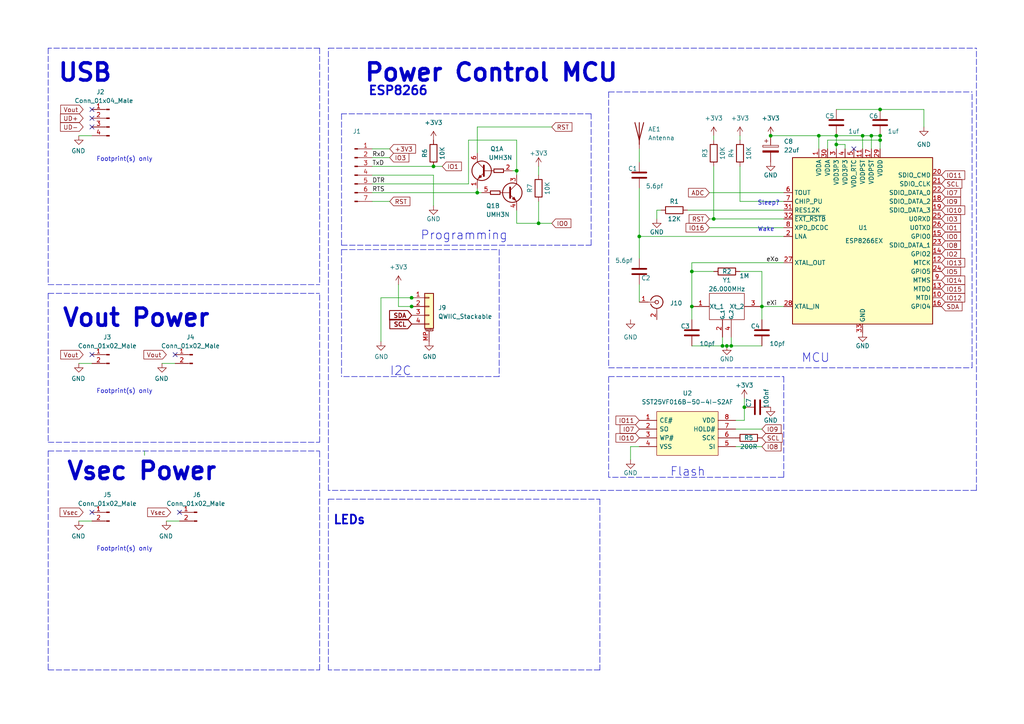
<source format=kicad_sch>
(kicad_sch (version 20211123) (generator eeschema)
  (paper "A4")
  (title_block (title "USB-C PD Controller") (rev "0.0.1") (company "The Nerd Mage"))
  (lib_symbols
    (symbol "0-TINKER Customs:ABM8-26.000MHz-20-D1X-T" (pin_names (offset 0.002))
      (property "Reference" "Y2" (at 0 8.255 0))
      (property "Value" "ABM8-26.000MHz-20-D1X-T" (at 0 6.35 0))
      (symbol "ABM8-26.000MHz-20-D1X-T_0_0"
        (pin passive line (at -10.16 0 0) (length 5.08) (name "Xt_1") (number "1"))
        (pin passive line (at -1.27 -8.89 90) (length 5.08) (name "G_1") (number "2"))
        (pin passive line (at 10.16 0 180) (length 5.08) (name "Xt_2") (number "3"))
        (pin passive line (at 1.27 -8.89 90) (length 5.08) (name "G_2") (number "4"))
      )
      (symbol "ABM8-26.000MHz-20-D1X-T_0_1"
        (polyline (pts (xy -5.08 3.81) (xy 5.08 3.81) (xy 5.08 -3.81) (xy -5.08 -3.81) (xy -5.08 3.81)) (stroke (width 0.1524)))
      )
    )
    (symbol "0-TINKER Customs:SST25VF016B-50-4I-S2AF" (pin_names (offset 0.762))
      (property "Reference" "IC1" (at 13.97 7.62 0))
      (property "Value" "SST25VF016B-50-4I-S2AF" (at 13.97 5.08 0))
      (symbol "SST25VF016B-50-4I-S2AF_0_0"
        (pin passive line (at 0 0 0) (length 5.08) (name "CE#") (number "1"))
        (pin passive line (at 0 -2.54 0) (length 5.08) (name "SO") (number "2"))
        (pin passive line (at 0 -5.08 0) (length 5.08) (name "WP#") (number "3"))
        (pin passive line (at 0 -7.62 0) (length 5.08) (name "VSS") (number "4"))
        (pin passive line (at 27.94 -7.62 180) (length 5.08) (name "SI") (number "5"))
        (pin passive line (at 27.94 -5.08 180) (length 5.08) (name "SCK") (number "6"))
        (pin passive line (at 27.94 -2.54 180) (length 5.08) (name "HOLD#") (number "7"))
        (pin passive line (at 27.94 0 180) (length 5.08) (name "VDD") (number "8"))
      )
      (symbol "SST25VF016B-50-4I-S2AF_0_1"
        (polyline (pts (xy 5.08 2.54) (xy 22.86 2.54) (xy 22.86 -10.16) (xy 5.08 -10.16) (xy 5.08 2.54)) (stroke (width 0.1524)) (fill (type background)))
      )
    )
    (symbol "Connector:Conn_01x02_Male" (pin_names (offset 1.016) hide)
      (property "Reference" "J" (at 0 2.54 0))
      (property "Value" "Conn_01x02_Male" (at 0 -5.08 0))
      (symbol "Conn_01x02_Male_1_1"
        (polyline (pts (xy 1.27 -2.54) (xy 0.8636 -2.54)) (stroke (width 0.1524)))
        (polyline (pts (xy 1.27 0) (xy 0.8636 0)) (stroke (width 0.1524)))
        (rectangle (start 0.8636 -2.413) (end 0 -2.667) (stroke (width 0.1524)) (fill (type outline)))
        (rectangle (start 0.8636 0.127) (end 0 -0.127) (stroke (width 0.1524)) (fill (type outline)))
        (pin passive line (at 5.08 0 180) (length 3.81) (name "Pin_1") (number "1"))
        (pin passive line (at 5.08 -2.54 180) (length 3.81) (name "Pin_2") (number "2"))
      )
    )
    (symbol "Connector:Conn_01x04_Male" (pin_names (offset 1.016) hide)
      (property "Reference" "J" (at 0 5.08 0))
      (property "Value" "Conn_01x04_Male" (at 0 -7.62 0))
      (symbol "Conn_01x04_Male_1_1"
        (polyline (pts (xy 1.27 -5.08) (xy 0.8636 -5.08)) (stroke (width 0.1524)))
        (polyline (pts (xy 1.27 -2.54) (xy 0.8636 -2.54)) (stroke (width 0.1524)))
        (polyline (pts (xy 1.27 0) (xy 0.8636 0)) (stroke (width 0.1524)))
        (polyline (pts (xy 1.27 2.54) (xy 0.8636 2.54)) (stroke (width 0.1524)))
        (rectangle (start 0.8636 -4.953) (end 0 -5.207) (stroke (width 0.1524)) (fill (type outline)))
        (rectangle (start 0.8636 -2.413) (end 0 -2.667) (stroke (width 0.1524)) (fill (type outline)))
        (rectangle (start 0.8636 0.127) (end 0 -0.127) (stroke (width 0.1524)) (fill (type outline)))
        (rectangle (start 0.8636 2.667) (end 0 2.413) (stroke (width 0.1524)) (fill (type outline)))
        (pin passive line (at 5.08 2.54 180) (length 3.81) (name "Pin_1") (number "1"))
        (pin passive line (at 5.08 0 180) (length 3.81) (name "Pin_2") (number "2"))
        (pin passive line (at 5.08 -2.54 180) (length 3.81) (name "Pin_3") (number "3"))
        (pin passive line (at 5.08 -5.08 180) (length 3.81) (name "Pin_4") (number "4"))
      )
    )
    (symbol "Connector:Conn_01x07_Male" (pin_names (offset 1.016) hide)
      (property "Reference" "J" (at 0 10.16 0))
      (property "Value" "Conn_01x07_Male" (at 0 -10.16 0))
      (symbol "Conn_01x07_Male_1_1"
        (polyline (pts (xy 1.27 -7.62) (xy 0.8636 -7.62)) (stroke (width 0.1524)))
        (polyline (pts (xy 1.27 -5.08) (xy 0.8636 -5.08)) (stroke (width 0.1524)))
        (polyline (pts (xy 1.27 -2.54) (xy 0.8636 -2.54)) (stroke (width 0.1524)))
        (polyline (pts (xy 1.27 0) (xy 0.8636 0)) (stroke (width 0.1524)))
        (polyline (pts (xy 1.27 2.54) (xy 0.8636 2.54)) (stroke (width 0.1524)))
        (polyline (pts (xy 1.27 5.08) (xy 0.8636 5.08)) (stroke (width 0.1524)))
        (polyline (pts (xy 1.27 7.62) (xy 0.8636 7.62)) (stroke (width 0.1524)))
        (rectangle (start 0.8636 -7.493) (end 0 -7.747) (stroke (width 0.1524)) (fill (type outline)))
        (rectangle (start 0.8636 -4.953) (end 0 -5.207) (stroke (width 0.1524)) (fill (type outline)))
        (rectangle (start 0.8636 -2.413) (end 0 -2.667) (stroke (width 0.1524)) (fill (type outline)))
        (rectangle (start 0.8636 0.127) (end 0 -0.127) (stroke (width 0.1524)) (fill (type outline)))
        (rectangle (start 0.8636 2.667) (end 0 2.413) (stroke (width 0.1524)) (fill (type outline)))
        (rectangle (start 0.8636 5.207) (end 0 4.953) (stroke (width 0.1524)) (fill (type outline)))
        (rectangle (start 0.8636 7.747) (end 0 7.493) (stroke (width 0.1524)) (fill (type outline)))
        (pin passive line (at 5.08 7.62 180) (length 3.81) (name "Pin_1") (number "1"))
        (pin passive line (at 5.08 5.08 180) (length 3.81) (name "Pin_2") (number "2"))
        (pin passive line (at 5.08 2.54 180) (length 3.81) (name "Pin_3") (number "3"))
        (pin passive line (at 5.08 0 180) (length 3.81) (name "Pin_4") (number "4"))
        (pin passive line (at 5.08 -2.54 180) (length 3.81) (name "Pin_5") (number "5"))
        (pin passive line (at 5.08 -5.08 180) (length 3.81) (name "Pin_6") (number "6"))
        (pin passive line (at 5.08 -7.62 180) (length 3.81) (name "Pin_7") (number "7"))
      )
    )
    (symbol "Connector:Conn_Coaxial" (pin_names (offset 1.016) hide)
      (property "Reference" "J" (at 0.254 3.048 0))
      (property "Value" "Conn_Coaxial" (at 2.921 0 90))
      (symbol "Conn_Coaxial_0_1"
        (arc (start -1.778 -0.508) (mid 0.222 -1.808) (end 1.778 0) (stroke (width 0.254)))
        (polyline (pts (xy -2.54 0) (xy -0.508 0)))
        (polyline (pts (xy 0 -2.54) (xy 0 -1.778)))
        (circle (center 0 0) (radius 0.508) (stroke (width 0.2032)))
        (arc (start 1.778 0) (mid 0.2221 1.8083) (end -1.778 0.508) (stroke (width 0.254)))
      )
      (symbol "Conn_Coaxial_1_1"
        (pin passive line (at -5.08 0 0) (length 2.54) (name "In") (number "1"))
        (pin passive line (at 0 -5.08 90) (length 2.54) (name "Ext") (number "2"))
      )
    )
    (symbol "Connector_QWIIC_Stackable:QWIIC_Stackable" (pin_names (offset 1.016) hide)
      (property "Reference" "J" (at 0 5.08 0))
      (property "Value" "QWIIC_Stackable" (at 1.27 -7.62 0))
      (symbol "QWIIC_Stackable_1_1"
        (rectangle (start -1.27 -4.953) (end 0 -5.207) (stroke (width 0.1524)))
        (rectangle (start -1.27 -2.413) (end 0 -2.667) (stroke (width 0.1524)))
        (rectangle (start -1.27 0.127) (end 0 -0.127) (stroke (width 0.1524)))
        (rectangle (start -1.27 2.667) (end 0 2.413) (stroke (width 0.1524)))
        (rectangle (start -1.27 3.81) (end 1.27 -6.35) (stroke (width 0.254)) (fill (type background)))
        (polyline (pts (xy -1.016 -7.112) (xy 1.016 -7.112)) (stroke (width 0.1524)))
        (text "Mounting" (at 0 -6.731 0) (effects (font (size 0.381 0.381))))
        (pin passive line (at -5.08 2.54 0) (length 3.81) (name "Pin_1") (number "1"))
        (pin passive line (at -5.08 0 0) (length 3.81) (name "Pin_2") (number "2"))
        (pin passive line (at -5.08 -2.54 0) (length 3.81) (name "Pin_3") (number "3"))
        (pin passive line (at -5.08 -5.08 0) (length 3.81) (name "Pin_4") (number "4"))
        (pin passive line (at 0 -10.16 90) (length 3.048) (name "MountPin") (number "MP"))
      )
    )
    (symbol "Device:C" (pin_numbers hide) (pin_names (offset 0.254))
      (property "Reference" "C" (at 0.635 2.54 0))
      (property "Value" "C" (at 0.635 -2.54 0))
      (symbol "C_0_1"
        (polyline (pts (xy -2.032 -0.762) (xy 2.032 -0.762)) (stroke (width 0.508)))
        (polyline (pts (xy -2.032 0.762) (xy 2.032 0.762)) (stroke (width 0.508)))
      )
      (symbol "C_1_1"
        (pin passive line (at 0 3.81 270) (length 2.794) (name "~") (number "1"))
        (pin passive line (at 0 -3.81 90) (length 2.794) (name "~") (number "2"))
      )
    )
    (symbol "Device:C_Polarized" (pin_numbers hide) (pin_names (offset 0.254))
      (property "Reference" "C" (at 0.635 2.54 0))
      (property "Value" "C_Polarized" (at 0.635 -2.54 0))
      (symbol "C_Polarized_0_1"
        (rectangle (start -2.286 0.508) (end 2.286 1.016))
        (polyline (pts (xy -1.778 2.286) (xy -0.762 2.286)))
        (polyline (pts (xy -1.27 2.794) (xy -1.27 1.778)))
        (rectangle (start 2.286 -0.508) (end -2.286 -1.016) (fill (type outline)))
      )
      (symbol "C_Polarized_1_1"
        (pin passive line (at 0 3.81 270) (length 2.794) (name "~") (number "1"))
        (pin passive line (at 0 -3.81 90) (length 2.794) (name "~") (number "2"))
      )
    )
    (symbol "Device:R" (pin_numbers hide) (pin_names (offset 0))
      (property "Reference" "R" (at 2.032 0 90))
      (property "Value" "R" (at 0 0 90))
      (symbol "R_0_1"
        (rectangle (start -1.016 -2.54) (end 1.016 2.54) (stroke (width 0.254)))
      )
      (symbol "R_1_1"
        (pin passive line (at 0 3.81 270) (length 1.27) (name "~") (number "1"))
        (pin passive line (at 0 -3.81 90) (length 1.27) (name "~") (number "2"))
      )
    )
    (symbol "MCU_Espressif:ESP8266EX"
      (property "Reference" "U" (at 0 2.54 0))
      (property "Value" "ESP8266EX" (at 0 -2.54 0))
      (symbol "ESP8266EX_0_1"
        (rectangle (start -20.32 22.86) (end 20.32 -25.4) (stroke (width 0.254)) (fill (type background)))
      )
      (symbol "ESP8266EX_1_1"
        (pin power_in line (at -12.7 25.4 270) (length 2.54) (name "VDDA") (number "1"))
        (pin bidirectional line (at 22.86 -17.78 180) (length 2.54) (name "MTDI") (number "10"))
        (pin power_in line (at 0 25.4 270) (length 2.54) (name "VDDPST") (number "11"))
        (pin bidirectional line (at 22.86 -7.62 180) (length 2.54) (name "MTCK") (number "12"))
        (pin bidirectional line (at 22.86 -15.24 180) (length 2.54) (name "MTDO") (number "13"))
        (pin bidirectional line (at 22.86 -5.08 180) (length 2.54) (name "GPIO2") (number "14"))
        (pin bidirectional line (at 22.86 0 180) (length 2.54) (name "GPIO0") (number "15"))
        (pin bidirectional line (at 22.86 -20.32 180) (length 2.54) (name "GPIO4") (number "16"))
        (pin power_in line (at 2.54 25.4 270) (length 2.54) (name "VDDPST") (number "17"))
        (pin bidirectional line (at 22.86 10.16 180) (length 2.54) (name "SDIO_DATA_2") (number "18"))
        (pin bidirectional line (at 22.86 7.62 180) (length 2.54) (name "SDIO_DATA_3") (number "19"))
        (pin bidirectional line (at -22.86 0 0) (length 2.54) (name "LNA") (number "2"))
        (pin bidirectional line (at 22.86 17.78 180) (length 2.54) (name "SDIO_CMD") (number "20"))
        (pin bidirectional line (at 22.86 15.24 180) (length 2.54) (name "SDIO_CLK") (number "21"))
        (pin bidirectional line (at 22.86 12.7 180) (length 2.54) (name "SDIO_DATA_0") (number "22"))
        (pin bidirectional line (at 22.86 -2.54 180) (length 2.54) (name "SDIO_DATA_1") (number "23"))
        (pin bidirectional line (at 22.86 -10.16 180) (length 2.54) (name "GPIO5") (number "24"))
        (pin bidirectional line (at 22.86 5.08 180) (length 2.54) (name "U0RXD") (number "25"))
        (pin bidirectional line (at 22.86 2.54 180) (length 2.54) (name "U0TXD") (number "26"))
        (pin bidirectional line (at -22.86 -7.62 0) (length 2.54) (name "XTAL_OUT") (number "27"))
        (pin bidirectional line (at -22.86 -20.32 0) (length 2.54) (name "XTAL_IN") (number "28"))
        (pin power_in line (at 5.08 25.4 270) (length 2.54) (name "VDDD") (number "29"))
        (pin power_in line (at -7.62 25.4 270) (length 2.54) (name "VDD3P3") (number "3"))
        (pin power_in line (at -10.16 25.4 270) (length 2.54) (name "VDDA") (number "30"))
        (pin input line (at -22.86 7.62 0) (length 2.54) (name "RES12K") (number "31"))
        (pin input line (at -22.86 5.08 0) (length 2.54) (name "~{EXT_RSTB}") (number "32"))
        (pin power_in line (at 0 -27.94 90) (length 2.54) (name "GND") (number "33"))
        (pin power_in line (at -5.08 25.4 270) (length 2.54) (name "VDD3P3") (number "4"))
        (pin power_in line (at -2.54 25.4 270) (length 2.54) (name "VDD_RTC") (number "5"))
        (pin input line (at -22.86 12.7 0) (length 2.54) (name "TOUT") (number "6"))
        (pin input line (at -22.86 10.16 0) (length 2.54) (name "CHIP_PU") (number "7"))
        (pin bidirectional line (at -22.86 2.54 0) (length 2.54) (name "XPD_DCDC") (number "8"))
        (pin bidirectional line (at 22.86 -12.7 180) (length 2.54) (name "MTMS") (number "9"))
      )
    )
    (symbol "TINKER Customs:Antenna" (pin_numbers hide) (pin_names (offset 1.016) hide)
      (property "Reference" "AE1" (at 2.54 0.6351 0))
      (property "Value" "Antenna" (at 2.54 -1.9049 0))
      (symbol "Antenna_0_1"
        (polyline (pts (xy 0 2.54) (xy 0 -3.81)) (stroke (width 0.254)))
        (polyline (pts (xy 1.27 2.54) (xy 0 -2.54) (xy -1.27 2.54)) (stroke (width 0.254)))
      )
      (symbol "Antenna_1_1"
        (pin input line (at 0 -5.08 90) (length 2.54) (name "A") (number "1"))
      )
    )
    (symbol "Transistor_BJT:UMH3N" (pin_names hide)
      (property "Reference" "Q" (at 7.62 1.27 0))
      (property "Value" "UMH3N" (at 7.62 -1.27 0))
      (symbol "UMH3N_0_1"
        (polyline (pts (xy 3.175 0) (xy 0.254 0)))
        (polyline (pts (xy 3.175 0.635) (xy 5.08 2.54)))
        (polyline (pts (xy 3.175 1.524) (xy 3.175 -1.524)) (stroke (width 0.508)))
        (polyline (pts (xy 3.175 -0.635) (xy 5.08 -2.54) (xy 5.08 -2.54)))
        (polyline (pts (xy 3.81 -1.778) (xy 4.318 -1.27) (xy 4.826 -2.286) (xy 3.81 -1.778) (xy 3.81 -1.778)) (fill (type outline)))
        (rectangle (start 0.254 0.508) (end -2.54 -0.508) (stroke (width 0.254)))
        (circle (center 3.81 0) (radius 2.8194) (stroke (width 0.254)))
      )
      (symbol "UMH3N_1_1"
        (pin passive line (at 5.08 -5.08 90) (length 2.54) (name "E1") (number "1"))
        (pin input line (at -5.08 0 0) (length 2.54) (name "B1") (number "2"))
        (pin passive line (at 5.08 5.08 270) (length 2.54) (name "C1") (number "6"))
      )
      (symbol "UMH3N_2_1"
        (pin passive line (at 5.08 5.08 270) (length 2.54) (name "C2") (number "3"))
        (pin passive line (at 5.08 -5.08 90) (length 2.54) (name "E2") (number "4"))
        (pin input line (at -5.08 0 0) (length 2.54) (name "B2") (number "5"))
      )
    )
    (symbol "power:+3.3V" (power) (pin_names (offset 0))
      (property "Value" "+3.3V" (at 0 3.556 0))
      (symbol "+3.3V_0_1"
        (polyline (pts (xy -0.762 1.27) (xy 0 2.54)))
        (polyline (pts (xy 0 0) (xy 0 2.54)))
        (polyline (pts (xy 0 2.54) (xy 0.762 1.27)))
      )
      (symbol "+3.3V_1_1"
        (pin power_in line (at 0 0 90) (length 0) hide (name "+3V3") (number "1"))
      )
    )
    (symbol "power:GND" (power) (pin_names (offset 0))
      (property "Value" "GND" (at 0 -3.81 0))
      (symbol "GND_0_1"
        (polyline (pts (xy 0 0) (xy 0 -1.27) (xy 1.27 -1.27) (xy 0 -2.54) (xy -1.27 -1.27) (xy 0 -1.27)))
      )
      (symbol "GND_1_1"
        (pin power_in line (at 0 0 270) (length 0) hide (name "GND") (number "1"))
      )
    )
  )
  (junction (at 119.38 88.9))
  (junction (at 242.57 39.37))
  (junction (at 185.42 68.58))
  (junction (at 200.66 88.9))
  (junction (at 255.27 40.64))
  (junction (at 138.43 55.88))
  (junction (at 200.66 78.74))
  (junction (at 149.86 49.53))
  (junction (at 209.55 100.33))
  (junction (at 207.01 63.5))
  (junction (at 215.9 118.11))
  (junction (at 237.49 39.37))
  (junction (at 255.27 31.75))
  (junction (at 210.82 100.33))
  (junction (at 220.98 88.9))
  (junction (at 119.38 86.36))
  (junction (at 212.09 100.33))
  (junction (at 223.52 39.37))
  (junction (at 242.57 41.91))
  (junction (at 125.73 48.26))
  (junction (at 252.73 39.37))
  (junction (at 156.21 64.77))
  (junction (at 255.27 39.37))
  (junction (at 250.19 39.37))
  (no_connect (at 26.67 31.75))
  (no_connect (at 247.65 43.18))
  (no_connect (at 26.67 34.29))
  (no_connect (at 26.67 148.59))
  (no_connect (at 50.8 102.87))
  (no_connect (at 52.07 148.59))
  (no_connect (at 26.67 36.83))
  (no_connect (at 26.67 102.87))
  (wire (pts (xy 215.9 118.11) (xy 215.9 121.92)))
  (wire (pts (xy 200.66 78.74) (xy 200.66 88.9)))
  (wire (pts (xy 107.95 53.34) (xy 135.89 53.34)))
  (polyline (pts (xy 227.33 138.43) (xy 176.53 138.43)))
  (wire (pts (xy 107.95 48.26) (xy 125.73 48.26)))
  (wire (pts (xy 125.73 48.26) (xy 128.27 48.26)))
  (wire (pts (xy 214.63 39.37) (xy 214.63 40.64)))
  (wire (pts (xy 220.98 88.9) (xy 220.98 92.71)))
  (wire (pts (xy 205.74 66.04) (xy 227.33 66.04)))
  (wire (pts (xy 119.38 88.9) (xy 115.57 88.9)))
  (wire (pts (xy 255.27 39.37) (xy 255.27 40.64)))
  (wire (pts (xy 213.36 129.54) (xy 220.98 129.54)))
  (polyline (pts (xy 95.25 144.78) (xy 173.99 144.78)))
  (polyline (pts (xy 92.71 13.97) (xy 92.71 82.55)))
  (wire (pts (xy 200.66 76.2) (xy 200.66 78.74)))
  (wire (pts (xy 149.86 64.77) (xy 149.86 60.96)))
  (wire (pts (xy 240.03 40.64) (xy 240.03 43.18)))
  (wire (pts (xy 237.49 39.37) (xy 237.49 43.18)))
  (polyline (pts (xy 176.53 106.68) (xy 281.94 106.68)))
  (wire (pts (xy 119.38 88.9) (xy 119.3251 88.9184)))
  (wire (pts (xy 191.77 60.96) (xy 190.5 60.96)))
  (wire (pts (xy 210.82 100.33) (xy 212.09 100.33)))
  (polyline (pts (xy 92.71 13.97) (xy 13.97 13.97)))
  (polyline (pts (xy 13.97 128.27) (xy 92.71 128.27)))
  (polyline (pts (xy 95.25 144.78) (xy 95.25 194.31)))
  (wire (pts (xy 214.63 58.42) (xy 227.33 58.42)))
  (wire (pts (xy 220.98 78.74) (xy 220.98 88.9)))
  (wire (pts (xy 242.57 41.91) (xy 242.57 43.18)))
  (wire (pts (xy 148.59 49.53) (xy 149.86 49.53)))
  (polyline (pts (xy 176.53 138.43) (xy 176.53 109.22)))
  (polyline (pts (xy 92.71 128.27) (xy 92.71 85.09)))
  (wire (pts (xy 138.43 55.88) (xy 139.7 55.88)))
  (wire (pts (xy 156.21 48.26) (xy 156.21 50.8)))
  (wire (pts (xy 185.42 54.61) (xy 185.42 68.58)))
  (polyline (pts (xy 144.78 72.39) (xy 144.78 109.22)))
  (wire (pts (xy 107.95 58.42) (xy 113.03 58.42)))
  (wire (pts (xy 119.38 86.36) (xy 110.49 86.36)))
  (wire (pts (xy 220.98 88.9) (xy 227.33 88.9)))
  (wire (pts (xy 185.42 68.58) (xy 227.33 68.58)))
  (polyline (pts (xy 13.97 130.81) (xy 92.71 130.81)))
  (wire (pts (xy 242.57 31.75) (xy 255.27 31.75)))
  (wire (pts (xy 242.57 41.91) (xy 245.11 41.91)))
  (wire (pts (xy 215.9 115.57) (xy 215.9 118.11)))
  (wire (pts (xy 107.95 55.88) (xy 138.43 55.88)))
  (polyline (pts (xy 13.97 85.09) (xy 13.97 128.27)))
  (polyline (pts (xy 173.99 194.31) (xy 95.25 194.31)))
  (wire (pts (xy 185.42 43.18) (xy 185.42 46.99)))
  (polyline (pts (xy 176.53 26.67) (xy 176.53 106.68)))
  (polyline (pts (xy 281.94 106.68) (xy 281.94 26.67)))
  (polyline (pts (xy 13.97 194.31) (xy 92.71 194.31)))
  (wire (pts (xy 138.43 54.61) (xy 138.43 55.88)))
  (wire (pts (xy 26.67 39.37) (xy 22.86 39.37)))
  (wire (pts (xy 255.27 39.37) (xy 252.73 39.37)))
  (wire (pts (xy 115.57 88.9) (xy 115.57 82.55)))
  (polyline (pts (xy 13.97 82.55) (xy 92.71 82.55)))
  (wire (pts (xy 190.5 60.96) (xy 190.5 63.5)))
  (polyline (pts (xy 171.45 33.02) (xy 99.06 33.02)))
  (polyline (pts (xy 95.25 142.24) (xy 95.25 13.97)))
  (polyline (pts (xy 92.71 194.31) (xy 92.71 130.81)))
  (wire (pts (xy 135.89 53.34) (xy 135.89 40.64)))
  (wire (pts (xy 205.74 55.88) (xy 227.33 55.88)))
  (wire (pts (xy 207.01 48.26) (xy 207.01 63.5)))
  (wire (pts (xy 185.42 82.55) (xy 185.42 87.63)))
  (wire (pts (xy 107.95 43.18) (xy 113.03 43.18)))
  (wire (pts (xy 156.21 58.42) (xy 156.21 64.77)))
  (polyline (pts (xy 13.97 130.81) (xy 13.97 194.31)))
  (polyline (pts (xy 227.33 109.22) (xy 227.33 138.43)))
  (wire (pts (xy 149.86 40.64) (xy 149.86 49.53)))
  (wire (pts (xy 213.36 124.46) (xy 220.98 124.46)))
  (wire (pts (xy 200.66 88.9) (xy 200.66 92.71)))
  (polyline (pts (xy 95.25 13.97) (xy 283.21 13.97)))
  (polyline (pts (xy 283.21 142.24) (xy 95.25 142.24)))
  (polyline (pts (xy 99.06 72.39) (xy 144.78 72.39)))
  (polyline (pts (xy 13.97 13.97) (xy 13.97 82.55)))
  (polyline (pts (xy 99.06 71.12) (xy 171.45 71.12)))
  (wire (pts (xy 205.74 63.5) (xy 207.01 63.5)))
  (wire (pts (xy 207.01 63.5) (xy 227.33 63.5)))
  (wire (pts (xy 242.57 39.37) (xy 242.57 41.91)))
  (wire (pts (xy 26.67 105.41) (xy 22.86 105.41)))
  (wire (pts (xy 245.11 41.91) (xy 245.11 43.18)))
  (wire (pts (xy 149.86 49.53) (xy 149.86 50.8)))
  (wire (pts (xy 209.55 100.33) (xy 210.82 100.33)))
  (wire (pts (xy 200.66 76.2) (xy 227.33 76.2)))
  (wire (pts (xy 41.91 132.08) (xy 41.91 130.81)))
  (wire (pts (xy 107.95 50.8) (xy 125.73 50.8)))
  (polyline (pts (xy 99.06 72.39) (xy 99.06 109.22)))
  (wire (pts (xy 185.42 68.58) (xy 185.42 74.93)))
  (wire (pts (xy 240.03 40.64) (xy 255.27 40.64)))
  (wire (pts (xy 149.86 64.77) (xy 156.21 64.77)))
  (wire (pts (xy 185.42 129.54) (xy 182.88 129.54)))
  (wire (pts (xy 182.88 129.54) (xy 182.88 133.35)))
  (wire (pts (xy 255.27 40.64) (xy 255.27 43.18)))
  (wire (pts (xy 200.66 78.74) (xy 207.01 78.74)))
  (polyline (pts (xy 99.06 33.02) (xy 99.06 71.12)))
  (wire (pts (xy 207.01 40.64) (xy 207.01 39.37)))
  (wire (pts (xy 212.09 97.79) (xy 212.09 100.33)))
  (wire (pts (xy 237.49 39.37) (xy 223.52 39.37)))
  (wire (pts (xy 199.39 60.96) (xy 227.33 60.96)))
  (wire (pts (xy 110.49 86.36) (xy 110.49 99.06)))
  (polyline (pts (xy 176.53 109.22) (xy 227.33 109.22)))
  (wire (pts (xy 242.57 39.37) (xy 237.49 39.37)))
  (wire (pts (xy 250.19 39.37) (xy 242.57 39.37)))
  (wire (pts (xy 252.73 39.37) (xy 250.19 39.37)))
  (wire (pts (xy 212.09 100.33) (xy 220.98 100.33)))
  (wire (pts (xy 156.21 64.77) (xy 160.02 64.77)))
  (wire (pts (xy 135.89 40.64) (xy 149.86 40.64)))
  (polyline (pts (xy 173.99 144.78) (xy 173.99 194.31)))
  (wire (pts (xy 267.97 31.75) (xy 267.97 36.83)))
  (wire (pts (xy 52.07 151.13) (xy 48.26 151.13)))
  (wire (pts (xy 200.66 100.33) (xy 209.55 100.33)))
  (wire (pts (xy 125.73 50.8) (xy 125.73 59.69)))
  (wire (pts (xy 50.8 105.41) (xy 46.99 105.41)))
  (wire (pts (xy 138.43 36.83) (xy 138.43 44.45)))
  (wire (pts (xy 107.95 45.72) (xy 113.03 45.72)))
  (wire (pts (xy 119.38 86.36) (xy 119.3251 86.3784)))
  (wire (pts (xy 255.27 31.75) (xy 267.97 31.75)))
  (polyline (pts (xy 283.21 142.24) (xy 283.21 13.97)))
  (polyline (pts (xy 144.78 109.22) (xy 99.06 109.22)))
  (polyline (pts (xy 13.97 85.09) (xy 92.71 85.09)))
  (polyline (pts (xy 171.45 71.12) (xy 171.45 33.02)))
  (wire (pts (xy 250.19 39.37) (xy 250.19 43.18)))
  (wire (pts (xy 215.9 121.92) (xy 213.36 121.92)))
  (polyline (pts (xy 176.53 26.67) (xy 281.94 26.67)))
  (wire (pts (xy 26.67 151.13) (xy 22.86 151.13)))
  (wire (pts (xy 214.63 78.74) (xy 220.98 78.74)))
  (wire (pts (xy 209.55 97.79) (xy 209.55 100.33)))
  (wire (pts (xy 214.63 48.26) (xy 214.63 58.42)))
  (wire (pts (xy 138.43 36.83) (xy 160.02 36.83)))
  (wire (pts (xy 252.73 39.37) (xy 252.73 43.18)))
  (text "Vsec Power" (at 19.05 139.7 0) (effects (font (size 5 5) (thickness 1) bold) (justify left bottom)))
  (text "Vout Power" (at 17.78 95.25 0) (effects (font (size 5 5) (thickness 1) bold) (justify left bottom)))
  (text "MCU" (at 232.41 105.41 0) (effects (font (size 2.54 2.54)) (justify left bottom)))
  (text "Footprint(s) only" (at 27.94 46.99 0) (effects (font (size 1.27 1.27)) (justify left bottom)))
  (text "Footprint(s) only" (at 27.94 160.02 0) (effects (font (size 1.27 1.27)) (justify left bottom)))
  (text "Wake" (at 219.71 67.31 0) (effects (font (size 1.27 1.27)) (justify left bottom)))
  (text "ESP8266" (at 106.68 27.94 180) (effects (font (size 2.54 2.54) (thickness 0.508) bold) (justify left bottom)))
  (text "USB" (at 16.51 24.13 0) (effects (font (size 5 5) (thickness 1) bold) (justify left bottom)))
  (text "I2C" (at 113.03 109.22 0) (effects (font (size 2.54 2.54)) (justify left bottom)))
  (text "Power Control MCU" (at 105.41 24.13 0) (effects (font (size 5 5) (thickness 1) bold) (justify left bottom)))
  (text "Sleep?" (at 219.71 59.69 0) (effects (font (size 1.27 1.27)) (justify left bottom)))
  (text "Programming" (at 121.92 69.85 0) (effects (font (size 2.54 2.54)) (justify left bottom)))
  (text "Footprint(s) only" (at 27.94 114.3 0) (effects (font (size 1.27 1.27)) (justify left bottom)))
  (text "Flash" (at 194.31 138.43 0) (effects (font (size 2.54 2.54)) (justify left bottom)))
  (text "LEDs" (at 96.52 152.4 180) (effects (font (size 2.54 2.54) (thickness 0.508) bold) (justify left bottom)))
  (label "RTS" (at 107.95 55.88 0))
  (label "TxD" (at 107.95 48.26 0))
  (label "eXo" (at 222.25 76.2 0))
  (label "eXi" (at 222.25 88.9 0))
  (label "RxD" (at 107.95 45.72 0))
  (label "DTR" (at 107.95 53.34 0))
  (global_label "IO16" (shape input) (at 205.74 66.04 180) (property "Intersheet References" "${INTERSHEET_REFS}" (effects hide)))
  (global_label "IO9" (shape input) (at 220.98 124.46 0) (property "Intersheet References" "${INTERSHEET_REFS}" (effects hide)))
  (global_label "SCL" (shape input) (at 273.05 53.34 0) (property "Intersheet References" "${INTERSHEET_REFS}" (effects hide)))
  (global_label "Vout" (shape input) (at 24.13 31.75 180) (property "Intersheet References" "${INTERSHEET_REFS}" (effects hide)))
  (global_label "RST" (shape input) (at 113.03 58.42 0) (property "Intersheet References" "${INTERSHEET_REFS}" (effects hide)))
  (global_label "Vout" (shape input) (at 24.13 102.87 180) (property "Intersheet References" "${INTERSHEET_REFS}" (effects hide)))
  (global_label "Vsec" (shape input) (at 24.13 148.59 180) (property "Intersheet References" "${INTERSHEET_REFS}" (effects hide)))
  (global_label "IO0" (shape input) (at 273.05 68.58 0) (property "Intersheet References" "${INTERSHEET_REFS}" (effects hide)))
  (global_label "UD-" (shape input) (at 24.13 36.83 180) (property "Intersheet References" "${INTERSHEET_REFS}" (effects hide)))
  (global_label "Vout" (shape input) (at 48.26 102.87 180) (property "Intersheet References" "${INTERSHEET_REFS}" (effects hide)))
  (global_label "SCL" (shape input) (at 220.98 127 0) (property "Intersheet References" "${INTERSHEET_REFS}" (effects hide)))
  (global_label "IO1" (shape input) (at 128.27 48.26 0) (property "Intersheet References" "${INTERSHEET_REFS}" (effects hide)))
  (global_label "+3V3" (shape input) (at 113.03 43.18 0) (property "Intersheet References" "${INTERSHEET_REFS}" (effects hide)))
  (global_label "IO7" (shape input) (at 185.42 124.46 180) (property "Intersheet References" "${INTERSHEET_REFS}" (effects hide)))
  (global_label "IO5" (shape input) (at 273.05 78.74 0) (property "Intersheet References" "${INTERSHEET_REFS}" (effects hide)))
  (global_label "IO2" (shape input) (at 273.05 73.66 0) (property "Intersheet References" "${INTERSHEET_REFS}" (effects hide)))
  (global_label "IO0" (shape input) (at 160.02 64.77 0) (property "Intersheet References" "${INTERSHEET_REFS}" (effects hide)))
  (global_label "ADC" (shape input) (at 205.74 55.88 180) (property "Intersheet References" "${INTERSHEET_REFS}" (effects hide)))
  (global_label "IO9" (shape input) (at 273.05 58.42 0) (property "Intersheet References" "${INTERSHEET_REFS}" (effects hide)))
  (global_label "SDA" (shape input) (at 119.38 91.44 180) (effects (font bold)) (property "Intersheet References" "${INTERSHEET_REFS}" (effects hide)))
  (global_label "IO11" (shape input) (at 185.42 121.92 180) (property "Intersheet References" "${INTERSHEET_REFS}" (effects hide)))
  (global_label "SDA" (shape input) (at 273.05 88.9 0) (property "Intersheet References" "${INTERSHEET_REFS}" (effects hide)))
  (global_label "IO14" (shape input) (at 273.05 81.28 0) (property "Intersheet References" "${INTERSHEET_REFS}" (effects hide)))
  (global_label "IO7" (shape input) (at 273.05 55.88 0) (property "Intersheet References" "${INTERSHEET_REFS}" (effects hide)))
  (global_label "IO8" (shape input) (at 273.05 71.12 0) (property "Intersheet References" "${INTERSHEET_REFS}" (effects hide)))
  (global_label "SCL" (shape input) (at 119.38 93.98 180) (effects (font (thickness 0.254) bold)) (property "Intersheet References" "${INTERSHEET_REFS}" (effects hide)))
  (global_label "IO1" (shape input) (at 273.05 66.04 0) (property "Intersheet References" "${INTERSHEET_REFS}" (effects hide)))
  (global_label "IO12" (shape input) (at 273.05 86.36 0) (property "Intersheet References" "${INTERSHEET_REFS}" (effects hide)))
  (global_label "IO8" (shape input) (at 220.98 129.54 0) (property "Intersheet References" "${INTERSHEET_REFS}" (effects hide)))
  (global_label "IO13" (shape input) (at 273.05 76.2 0) (property "Intersheet References" "${INTERSHEET_REFS}" (effects hide)))
  (global_label "IO3" (shape input) (at 273.05 63.5 0) (property "Intersheet References" "${INTERSHEET_REFS}" (effects hide)))
  (global_label "IO10" (shape input) (at 185.42 127 180) (property "Intersheet References" "${INTERSHEET_REFS}" (effects hide)))
  (global_label "Vsec" (shape input) (at 49.53 148.59 180) (property "Intersheet References" "${INTERSHEET_REFS}" (effects hide)))
  (global_label "IO3" (shape input) (at 113.03 45.72 0) (property "Intersheet References" "${INTERSHEET_REFS}" (effects hide)))
  (global_label "RST" (shape input) (at 205.74 63.5 180) (property "Intersheet References" "${INTERSHEET_REFS}" (effects hide)))
  (global_label "IO10" (shape input) (at 273.05 60.96 0) (property "Intersheet References" "${INTERSHEET_REFS}" (effects hide)))
  (global_label "IO11" (shape input) (at 273.05 50.8 0) (property "Intersheet References" "${INTERSHEET_REFS}" (effects hide)))
  (global_label "IO15" (shape input) (at 273.05 83.82 0) (property "Intersheet References" "${INTERSHEET_REFS}" (effects hide)))
  (global_label "UD+" (shape input) (at 24.13 34.29 180) (property "Intersheet References" "${INTERSHEET_REFS}" (effects hide)))
  (global_label "RST" (shape input) (at 160.02 36.83 0) (property "Intersheet References" "${INTERSHEET_REFS}" (effects hide)))
  (symbol (lib_id "Connector:Conn_Coaxial") (at 190.5 87.63 0) (unit 1) (in_bom no) (on_board no)
    (property "Reference" "J10" (at 194.31 87.9231 0) (effects (justify left)))
    (property "Value" "Conn_Coaxial" (effects hide))
    (property "Footprint" "Connector_Coaxial:U.FL_Molex_MCRF_73412-0110_Vertical" (effects hide))
    (property "Datasheet" " ~" (effects hide))
  )
  (symbol (lib_id "power:GND") (at 250.19 96.52 0) (unit 1)
    (property "Reference" "#PWR0108" (effects hide))
    (property "Value" "GND" (at 250.19 100.33 0))
  )
  (symbol (lib_id "power:+3.3V") (at 223.52 39.37 0) (unit 1)
    (property "Reference" "#PWR0107" (effects hide))
    (property "Value" "+3.3V" (at 223.52 34.29 0))
  )
  (symbol (lib_id "power:GND") (at 190.5 63.5 0) (unit 1)
    (property "Reference" "#PWR0112" (effects hide))
    (property "Value" "GND" (at 190.5 67.31 0))
  )
  (symbol (lib_id "power:GND") (at 182.88 133.35 0) (unit 1)
    (property "Reference" "#PWR0102" (effects hide))
    (property "Value" "GND" (at 182.88 137.16 0))
  )
  (symbol (lib_id "Transistor_BJT:UMH3N") (at 143.51 49.53 0) (mirror y) (unit 1)
    (property "Reference" "Q1" (at 146.05 43.18 0) (effects (justify left)))
    (property "Value" "UMH3N" (at 148.59 45.72 0) (effects (justify left)))
    (property "Footprint" "Package_TO_SOT_SMD:SOT-363_SC-70-6" (effects hide))
    (property "Datasheet" "http://rohmfs.rohm.com/en/products/databook/datasheet/discrete/transistor/digital/emh3t2r-e.pdf" (effects hide))
    (property "Vendor" "LCSC C62892" (effects hide))
  )
  (symbol (lib_id "power:GND") (at 223.52 118.11 0) (unit 1)
    (property "Reference" "#PWR0110" (effects hide))
    (property "Value" "GND" (at 223.52 121.92 0))
  )
  (symbol (lib_id "Device:R") (at 217.17 127 270) (unit 1)
    (property "Reference" "R5" (at 217.17 127 90))
    (property "Value" "200R" (at 217.17 129.54 90))
    (property "Footprint" "Resistor_SMD:R_0603_1608Metric" (effects hide))
    (property "Vendor" "LCSC C8218" (effects hide))
  )
  (symbol (lib_id "Device:C") (at 220.98 96.52 180) (unit 1)
    (property "Reference" "C4" (at 219.075 94.615 0))
    (property "Value" "10pf" (at 225.425 99.695 0))
    (property "Footprint" "Capacitor_SMD:C_0603_1608Metric" (effects hide))
    (property "Vendor" "LCSC C325468" (effects hide))
  )
  (symbol (lib_id "Device:C") (at 200.66 96.52 180) (unit 1)
    (property "Reference" "C3" (at 198.755 94.615 0))
    (property "Value" "10pf" (at 205.105 99.695 0))
    (property "Footprint" "Capacitor_SMD:C_0603_1608Metric" (effects hide))
    (property "Vendor" "LCSC C325468" (effects hide))
  )
  (symbol (lib_id "Connector:Conn_01x02_Male") (at 31.75 102.87 0) (mirror y) (unit 1) (in_bom no)
    (property "Reference" "J3" (at 31.115 97.79 0))
    (property "Value" "Conn_01x02_Male" (at 31.115 100.33 0))
    (property "Footprint" "Tinker:PinHeader_1x02_P2.54mm_Vertical" (effects hide))
  )
  (symbol (lib_id "Device:R") (at 207.01 44.45 180) (unit 1)
    (property "Reference" "R3" (at 204.47 44.45 90))
    (property "Value" "10K" (at 209.55 44.45 90))
    (property "Footprint" "Resistor_SMD:R_0603_1608Metric" (effects hide))
    (property "Vendor" "LCSC C25804" (effects hide))
  )
  (symbol (lib_id "power:GND") (at 125.73 59.69 0) (unit 1)
    (property "Reference" "#PWR0118" (effects hide))
    (property "Value" "GND" (at 125.73 63.5 0))
  )
  (symbol (lib_id "Device:C") (at 255.27 35.56 180) (unit 1)
    (property "Reference" "C6" (at 253.365 33.655 0))
    (property "Value" "1uf" (at 259.08 38.1 0))
    (property "Footprint" "Capacitor_SMD:C_0603_1608Metric" (effects hide))
    (property "Vendor" "LCSC C559769" (effects hide))
  )
  (symbol (lib_id "power:GND") (at 22.86 39.37 0) (mirror y) (unit 1)
    (property "Reference" "#PWR0106" (effects hide))
    (property "Value" "GND" (at 22.733 43.7642 0))
  )
  (symbol (lib_id "0-TINKER Customs:SST25VF016B-50-4I-S2AF") (at 185.42 121.92 0) (unit 1)
    (property "Reference" "U2" (at 199.39 114.0536 0))
    (property "Value" "SST25VF016B-50-4I-S2AF" (at 199.39 116.5936 0))
    (property "Footprint" "Package_SO:SOIC-8_5.275x5.275mm_P1.27mm" (effects hide))
    (property "Datasheet" "https://componentsearchengine.com/Datasheets/1/SST25VF016B-50-4I-S2AF.pdf" (effects hide))
    (property "Description" "NOR Flash" (effects hide))
    (property "Height" "2.16" (effects hide))
    (property "Manufacturer_Name" "Microchip" (effects hide))
    (property "Manufacturer_Part_Number" "SST25VF016B-50-4I-S2AF" (effects hide))
    (property "Vendor" "LCSC C68557" (effects hide))
  )
  (symbol (lib_id "power:GND") (at 210.82 100.33 0) (unit 1)
    (property "Reference" "#PWR0114" (effects hide))
    (property "Value" "GND" (at 210.82 104.14 0))
  )
  (symbol (lib_id "Device:C_Polarized") (at 223.52 43.18 0) (unit 1)
    (property "Reference" "C8" (at 227.33 41.0209 0) (effects (justify left)))
    (property "Value" "22uf" (at 227.33 43.5609 0) (effects (justify left)))
    (property "Footprint" "Tinker:CP_EIA-6032-28-Tantalumm_HandSolder" (effects hide))
    (property "Datasheet" "http://datasheets.avx.com/TAJ.pdf" (effects hide))
    (property "P/N" "TAJB226M010RNJ" (effects hide))
    (property "Vendor" "LCSC C89246" (effects hide))
  )
  (symbol (lib_id "Device:R") (at 214.63 44.45 180) (unit 1)
    (property "Reference" "R4" (at 212.09 44.45 90))
    (property "Value" "10K" (at 217.17 44.45 90))
    (property "Footprint" "Resistor_SMD:R_0603_1608Metric" (effects hide))
    (property "Vendor" "LCSC C25804" (effects hide))
  )
  (symbol (lib_id "Transistor_BJT:UMH3N") (at 144.78 55.88 0) (unit 2)
    (property "Reference" "Q1" (at 140.97 59.69 0) (effects (justify left)))
    (property "Value" "UMH3N" (at 140.97 62.23 0) (effects (justify left)))
    (property "Footprint" "Package_TO_SOT_SMD:SOT-363_SC-70-6" (effects hide))
    (property "Datasheet" "http://rohmfs.rohm.com/en/products/databook/datasheet/discrete/transistor/digital/emh3t2r-e.pdf" (effects hide))
    (property "Vendor" "LCSC C62892" (effects hide))
  )
  (symbol (lib_id "power:GND") (at 22.86 105.41 0) (mirror y) (unit 1)
    (property "Reference" "#PWR0104" (effects hide))
    (property "Value" "GND" (at 22.733 109.8042 0))
  )
  (symbol (lib_id "Device:C") (at 185.42 78.74 0) (unit 1) (in_bom no) (on_board no)
    (property "Reference" "C2" (at 187.325 80.645 0))
    (property "Value" "5.6pf" (at 180.975 75.565 0))
    (property "Footprint" "Capacitor_SMD:C_0603_1608Metric" (effects hide))
  )
  (symbol (lib_id "power:GND") (at 267.97 36.83 0) (unit 1)
    (property "Reference" "#PWR0105" (effects hide))
    (property "Value" "GND" (at 267.97 41.91 0))
  )
  (symbol (lib_id "power:GND") (at 182.88 92.71 0) (unit 1)
    (property "Reference" "#PWR0113" (effects hide))
    (property "Value" "GND" (at 182.88 97.79 0))
  )
  (symbol (lib_id "power:GND") (at 223.52 46.99 0) (unit 1)
    (property "Reference" "#PWR0119" (effects hide))
    (property "Value" "GND" (at 223.52 50.8 0))
  )
  (symbol (lib_id "Device:R") (at 195.58 60.96 90) (unit 1)
    (property "Reference" "R1" (at 195.58 58.42 90))
    (property "Value" "12K" (at 195.58 63.5 90))
    (property "Footprint" "Resistor_SMD:R_0603_1608Metric" (effects hide))
    (property "Vendor" "LCSC C22790" (effects hide))
  )
  (symbol (lib_id "power:+3.3V") (at 156.21 48.26 0) (unit 1)
    (property "Reference" "#PWR0116" (effects hide))
    (property "Value" "+3.3V" (at 156.21 44.45 0))
  )
  (symbol (lib_id "Device:C") (at 219.71 118.11 90) (unit 1)
    (property "Reference" "C7" (at 217.17 116.84 0))
    (property "Value" "100nf" (at 222.25 115.57 0))
    (property "Footprint" "Capacitor_SMD:C_0603_1608Metric" (effects hide))
    (property "Vendor" "LCSC C14663" (effects hide))
  )
  (symbol (lib_id "power:+3.3V") (at 115.57 82.55 0) (unit 1)
    (property "Reference" "#PWR0115" (effects hide))
    (property "Value" "+3.3V" (at 115.57 77.47 0))
  )
  (symbol (lib_id "power:GND") (at 48.26 151.13 0) (mirror y) (unit 1)
    (property "Reference" "#PWR0101" (effects hide))
    (property "Value" "GND" (at 48.133 155.5242 0))
  )
  (symbol (lib_id "power:GND") (at 46.99 105.41 0) (mirror y) (unit 1)
    (property "Reference" "#PWR0121" (effects hide))
    (property "Value" "GND" (at 46.863 109.8042 0))
  )
  (symbol (lib_id "power:+3.3V") (at 207.01 39.37 0) (unit 1)
    (property "Reference" "#PWR0111" (effects hide))
    (property "Value" "+3.3V" (at 207.01 34.29 0))
  )
  (symbol (lib_id "Device:R") (at 210.82 78.74 90) (unit 1)
    (property "Reference" "R2" (at 210.82 78.74 90))
    (property "Value" "1M" (at 215.9 80.01 90))
    (property "Footprint" "Resistor_SMD:R_0603_1608Metric" (effects hide))
    (property "Vendor" "LCSC C22935" (effects hide))
  )
  (symbol (lib_id "power:GND") (at 22.86 151.13 0) (mirror y) (unit 1)
    (property "Reference" "#PWR0120" (effects hide))
    (property "Value" "GND" (at 22.733 155.5242 0))
  )
  (symbol (lib_id "power:+3.3V") (at 214.63 39.37 0) (unit 1)
    (property "Reference" "#PWR0103" (effects hide))
    (property "Value" "+3.3V" (at 214.63 34.29 0))
  )
  (symbol (lib_id "Device:R") (at 125.73 44.45 180) (unit 1)
    (property "Reference" "R6" (at 123.19 44.45 90))
    (property "Value" "10K" (at 128.27 44.45 90))
    (property "Footprint" "Resistor_SMD:R_0603_1608Metric" (effects hide))
    (property "Vendor" "LCSC C25804" (effects hide))
  )
  (symbol (lib_id "power:+3.3V") (at 215.9 115.57 0) (unit 1)
    (property "Reference" "#PWR0109" (effects hide))
    (property "Value" "+3.3V" (at 215.9 111.76 0))
  )
  (symbol (lib_id "Device:R") (at 156.21 54.61 180) (unit 1)
    (property "Reference" "R7" (at 153.67 54.61 90))
    (property "Value" "10K" (at 158.75 54.61 90))
    (property "Footprint" "Resistor_SMD:R_0603_1608Metric" (effects hide))
    (property "Vendor" "LCSC C25804" (effects hide))
  )
  (symbol (lib_id "Connector_QWIIC_Stackable:QWIIC_Stackable") (at 124.46 88.9 0) (unit 1)
    (property "Reference" "J9" (at 127.0549 89.2555 0) (effects (justify left)))
    (property "Value" "QWIIC_Stackable" (at 127.0549 91.7955 0) (effects (justify left)))
    (property "Footprint" "Tinker:QWIIC_Stackable" (effects hide))
    (property "Vendor" "LCSC C145956, " (effects hide))
  )
  (symbol (lib_id "Connector:Conn_01x02_Male") (at 57.15 148.59 0) (mirror y) (unit 1) (in_bom no)
    (property "Reference" "J6" (at 55.88 143.51 0) (effects (justify right)))
    (property "Value" "Conn_01x02_Male" (at 48.26 146.05 0) (effects (justify right)))
    (property "Footprint" "Tinker:PinHeader_1x02_P2.54mm_Vertical" (effects hide))
  )
  (symbol (lib_id "Connector:Conn_01x04_Male") (at 31.75 34.29 0) (mirror y) (unit 1) (in_bom no)
    (property "Reference" "J2" (at 27.94 26.67 0) (effects (justify right)))
    (property "Value" "Conn_01x04_Male" (at 21.59 29.21 0) (effects (justify right)))
    (property "Footprint" "Tinker:PinHeader_1x04_P2.54mm_Vertical" (effects hide))
  )
  (symbol (lib_id "power:+3.3V") (at 125.73 40.64 0) (unit 1)
    (property "Reference" "#PWR0117" (effects hide))
    (property "Value" "+3.3V" (at 125.73 35.56 0))
  )
  (symbol (lib_id "Device:C") (at 242.57 35.56 180) (unit 1)
    (property "Reference" "C5" (at 240.665 33.655 0))
    (property "Value" "1uf" (at 247.65 38.1 0))
    (property "Footprint" "Capacitor_SMD:C_0603_1608Metric" (effects hide))
    (property "Vendor" "LCSC C559769" (effects hide))
  )
  (symbol (lib_id "power:GND") (at 124.46 99.06 0) (unit 1)
    (property "Reference" "#PWR0123" (effects hide))
    (property "Value" "GND" (at 124.587 103.4542 0))
  )
  (symbol (lib_id "Connector:Conn_01x02_Male") (at 55.88 102.87 0) (mirror y) (unit 1) (in_bom no)
    (property "Reference" "J4" (at 55.245 97.79 0))
    (property "Value" "Conn_01x02_Male" (at 55.245 100.33 0))
    (property "Footprint" "Tinker:PinHeader_1x02_P2.54mm_Vertical" (effects hide))
  )
  (symbol (lib_id "0-TINKER Customs:ABM8-26.000MHz-20-D1X-T") (at 210.82 88.9 0) (unit 1)
    (property "Reference" "Y1" (at 210.82 81.28 0))
    (property "Value" "26.000MHz" (at 210.82 83.82 0))
    (property "Footprint" "Tinker:ABM825000MHz10B1UT" (effects hide))
    (property "Datasheet" "https://abracon.com/Resonators/abm8.pdf" (effects hide))
    (property "Description" "CRYSTAL 25.0000MHZ 20PF SMD" (effects hide))
    (property "Height" "0.8" (effects hide))
    (property "Manufacturer_Name" "ABRACON" (effects hide))
    (property "Manufacturer_Part_Number" "ABM8-25.000MHz-20-D1X-T" (effects hide))
    (property "Mouser Part Number" "815-M825000MHZ20D1XT" (effects hide))
    (property "Mouser Price/Stock" "https://www.mouser.co.uk/ProductDetail/ABRACON/ABM8-25000MHZ-20-D1X-T?qs=vLWxofP3U2wG9GR0CKrroQ%3D%3D" (effects hide))
  )
  (symbol (lib_id "TINKER Customs:Antenna") (at 185.42 38.1 0) (unit 1) (in_bom no) (on_board no)
    (property "Reference" "AE1" (at 187.96 37.4649 0) (effects (justify left)))
    (property "Value" "Antenna" (at 187.96 40.0049 0) (effects (justify left)))
    (property "Footprint" "Tinker Customs:Texas_SWRA117D_2.4GHz_Left" (effects hide))
  )
  (symbol (lib_id "power:GND") (at 110.49 99.06 0) (unit 1)
    (property "Reference" "#PWR0124" (effects hide))
    (property "Value" "GND" (at 110.617 103.4542 0))
  )
  (symbol (lib_id "MCU_Espressif:ESP8266EX") (at 250.19 68.58 0) (unit 1)
    (property "Reference" "U1" (at 248.92 66.04 0) (effects (justify left)))
    (property "Value" "ESP8266EX" (at 245.11 69.85 0) (effects (justify left)))
    (property "Footprint" "Package_DFN_QFN:QFN-32-1EP_5x5mm_P0.5mm_EP3.45x3.45mm" (effects hide))
    (property "Datasheet" "http://espressif.com/sites/default/files/documentation/0a-esp8266ex_datasheet_en.pdf" (effects hide))
    (property "Vendor" "LCSC C77967" (effects hide))
  )
  (symbol (lib_id "Device:C") (at 185.42 50.8 180) (unit 1) (in_bom no) (on_board no)
    (property "Reference" "C1" (at 183.515 48.895 0))
    (property "Value" "5.6pf" (at 189.865 53.975 0))
    (property "Footprint" "Capacitor_SMD:C_0603_1608Metric" (effects hide))
  )
  (symbol (lib_id "Connector:Conn_01x02_Male") (at 31.75 148.59 0) (mirror y) (unit 1) (in_bom no)
    (property "Reference" "J5" (at 31.115 143.51 0))
    (property "Value" "Conn_01x02_Male" (at 31.115 146.05 0))
    (property "Footprint" "Tinker:PinHeader_1x02_P2.54mm_Vertical" (effects hide))
  )
  (symbol (lib_id "Connector:Conn_01x07_Male") (at 102.87 50.8 0) (unit 1) (in_bom no)
    (property "Reference" "J1" (at 103.505 38.1 0))
    (property "Value" "Conn_01x07_Male" (effects hide))
    (property "Footprint" "Connector_PinHeader_2.54mm:PinHeader_1x07_P2.54mm_Vertical" (effects hide))
    (property "Note" "Footprint only" (effects hide))
  )
)
</source>
